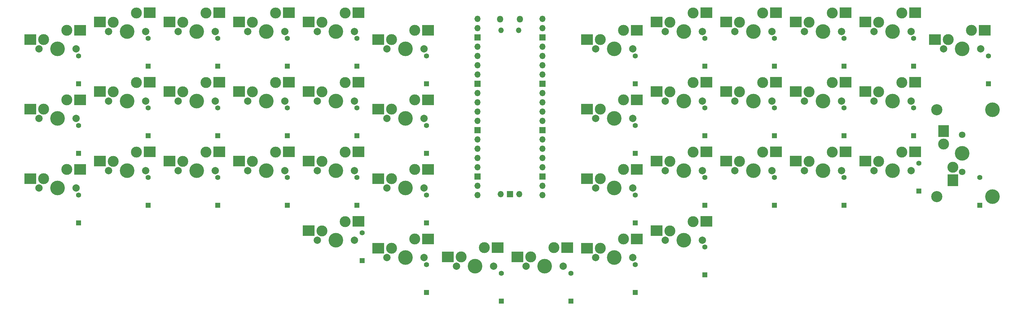
<source format=gbs>
G04 #@! TF.GenerationSoftware,KiCad,Pcbnew,8.0.4*
G04 #@! TF.CreationDate,2024-09-08T18:40:02+09:00*
G04 #@! TF.ProjectId,first_keyboard,66697273-745f-46b6-9579-626f6172642e,rev?*
G04 #@! TF.SameCoordinates,Original*
G04 #@! TF.FileFunction,Soldermask,Bot*
G04 #@! TF.FilePolarity,Negative*
%FSLAX46Y46*%
G04 Gerber Fmt 4.6, Leading zero omitted, Abs format (unit mm)*
G04 Created by KiCad (PCBNEW 8.0.4) date 2024-09-08 18:40:02*
%MOMM*%
%LPD*%
G01*
G04 APERTURE LIST*
%ADD10C,2.000000*%
%ADD11C,3.000000*%
%ADD12C,4.000000*%
%ADD13R,3.300000X3.000000*%
%ADD14C,3.050000*%
%ADD15C,1.800000*%
%ADD16R,3.000000X3.300000*%
%ADD17O,1.800000X1.800000*%
%ADD18O,1.500000X1.500000*%
%ADD19O,1.700000X1.700000*%
%ADD20R,1.700000X1.700000*%
%ADD21R,1.397000X1.397000*%
%ADD22C,1.397000*%
G04 APERTURE END LIST*
D10*
X187801300Y-188118700D03*
D11*
X189071300Y-185578700D03*
D12*
X192881300Y-188118700D03*
D11*
X195421300Y-183038700D03*
D10*
X197961300Y-188118700D03*
D13*
X185431300Y-185538700D03*
X199031300Y-182998700D03*
D10*
X225901300Y-147637500D03*
D11*
X227171300Y-145097500D03*
D12*
X230981300Y-147637500D03*
D11*
X233521300Y-142557500D03*
D10*
X236061300Y-147637500D03*
D13*
X223531300Y-145057500D03*
X237131300Y-142517500D03*
D10*
X225901300Y-185737500D03*
D11*
X227171300Y-183197500D03*
D12*
X230981300Y-185737500D03*
D11*
X233521300Y-180657500D03*
D10*
X236061300Y-185737500D03*
D13*
X223531300Y-183157500D03*
X237131300Y-180617500D03*
D10*
X149701300Y-180975000D03*
D11*
X150971300Y-178435000D03*
D12*
X154781300Y-180975000D03*
D11*
X157321300Y-175895000D03*
D10*
X159861300Y-180975000D03*
D13*
X147331300Y-178395000D03*
X160931300Y-175855000D03*
D10*
X302101300Y-161925000D03*
D11*
X303371300Y-159385000D03*
D12*
X307181300Y-161925000D03*
D11*
X309721300Y-156845000D03*
D10*
X312261300Y-161925000D03*
D13*
X299731300Y-159345000D03*
X313331300Y-156805000D03*
D10*
X225901300Y-128587500D03*
D11*
X227171300Y-126047500D03*
D12*
X230981300Y-128587500D03*
D11*
X233521300Y-123507500D03*
D10*
X236061300Y-128587500D03*
D13*
X223531300Y-126007500D03*
X237131300Y-123467500D03*
D10*
X264001300Y-142875000D03*
D11*
X265271300Y-140335000D03*
D12*
X269081300Y-142875000D03*
D11*
X271621300Y-137795000D03*
D10*
X274161300Y-142875000D03*
D13*
X261631300Y-140295000D03*
X275231300Y-137755000D03*
D10*
X73501300Y-128587500D03*
D11*
X74771300Y-126047500D03*
D12*
X78581300Y-128587500D03*
D11*
X81121300Y-123507500D03*
D10*
X83661300Y-128587500D03*
D13*
X71131300Y-126007500D03*
X84731300Y-123467500D03*
D10*
X168751300Y-128587500D03*
D11*
X170021300Y-126047500D03*
D12*
X173831300Y-128587500D03*
D11*
X176371300Y-123507500D03*
D10*
X178911300Y-128587500D03*
D13*
X166381300Y-126007500D03*
X179981300Y-123467500D03*
D10*
X111601300Y-161925000D03*
D11*
X112871300Y-159385000D03*
D12*
X116681300Y-161925000D03*
D11*
X119221300Y-156845000D03*
D10*
X121761300Y-161925000D03*
D13*
X109231300Y-159345000D03*
X122831300Y-156805000D03*
D10*
X168751300Y-147637500D03*
D11*
X170021300Y-145097500D03*
D12*
X173831300Y-147637500D03*
D11*
X176371300Y-142557500D03*
D10*
X178911300Y-147637500D03*
D13*
X166381300Y-145057500D03*
X179981300Y-142517500D03*
D10*
X244951300Y-142875000D03*
D11*
X246221300Y-140335000D03*
D12*
X250031300Y-142875000D03*
D11*
X252571300Y-137795000D03*
D10*
X255111300Y-142875000D03*
D13*
X242581300Y-140295000D03*
X256181300Y-137755000D03*
D10*
X92551300Y-123825000D03*
D11*
X93821300Y-121285000D03*
D12*
X97631300Y-123825000D03*
D11*
X100171300Y-118745000D03*
D10*
X102711300Y-123825000D03*
D13*
X90181300Y-121245000D03*
X103781300Y-118705000D03*
D10*
X283051300Y-123825000D03*
D11*
X284321300Y-121285000D03*
D12*
X288131300Y-123825000D03*
D11*
X290671300Y-118745000D03*
D10*
X293211300Y-123825000D03*
D13*
X280681300Y-121245000D03*
X294281300Y-118705000D03*
D10*
X149701300Y-123825000D03*
D11*
X150971300Y-121285000D03*
D12*
X154781300Y-123825000D03*
D11*
X157321300Y-118745000D03*
D10*
X159861300Y-123825000D03*
D13*
X147331300Y-121245000D03*
X160931300Y-118705000D03*
D10*
X244951300Y-161925000D03*
D11*
X246221300Y-159385000D03*
D12*
X250031300Y-161925000D03*
D11*
X252571300Y-156845000D03*
D10*
X255111300Y-161925000D03*
D13*
X242581300Y-159345000D03*
X256181300Y-156805000D03*
D14*
X319231300Y-169062500D03*
D12*
X334471300Y-169062500D03*
D15*
X326231300Y-162242500D03*
D11*
X323691300Y-160972500D03*
D12*
X326231300Y-157162500D03*
D11*
X321151300Y-154622500D03*
D15*
X326231300Y-152082500D03*
D14*
X319231300Y-145262500D03*
D12*
X334471300Y-145262500D03*
D16*
X323691300Y-164562500D03*
X321151300Y-151062500D03*
D10*
X283051300Y-142875000D03*
D11*
X284321300Y-140335000D03*
D12*
X288131300Y-142875000D03*
D11*
X290671300Y-137795000D03*
D10*
X293211300Y-142875000D03*
D13*
X280681300Y-140295000D03*
X294281300Y-137755000D03*
D10*
X302101300Y-123825000D03*
D11*
X303371300Y-121285000D03*
D12*
X307181300Y-123825000D03*
D11*
X309721300Y-118745000D03*
D10*
X312261300Y-123825000D03*
D13*
X299731300Y-121245000D03*
X313331300Y-118705000D03*
D10*
X321151300Y-128587500D03*
D11*
X322421300Y-126047500D03*
D12*
X326231300Y-128587500D03*
D11*
X328771300Y-123507500D03*
D10*
X331311300Y-128587500D03*
D13*
X318781300Y-126007500D03*
X332381300Y-123467500D03*
D10*
X73501300Y-166687500D03*
D11*
X74771300Y-164147500D03*
D12*
X78581300Y-166687500D03*
D11*
X81121300Y-161607500D03*
D10*
X83661300Y-166687500D03*
D13*
X71131300Y-164107500D03*
X84731300Y-161567500D03*
D10*
X73501300Y-147637500D03*
D11*
X74771300Y-145097500D03*
D12*
X78581300Y-147637500D03*
D11*
X81121300Y-142557500D03*
D10*
X83661300Y-147637500D03*
D13*
X71131300Y-145057500D03*
X84731300Y-142517500D03*
D10*
X168751300Y-185737500D03*
D11*
X170021300Y-183197500D03*
D12*
X173831300Y-185737500D03*
D11*
X176371300Y-180657500D03*
D10*
X178911300Y-185737500D03*
D13*
X166381300Y-183157500D03*
X179981300Y-180617500D03*
D10*
X111601300Y-123825000D03*
D11*
X112871300Y-121285000D03*
D12*
X116681300Y-123825000D03*
D11*
X119221300Y-118745000D03*
D10*
X121761300Y-123825000D03*
D13*
X109231300Y-121245000D03*
X122831300Y-118705000D03*
D10*
X244951300Y-123825000D03*
D11*
X246221300Y-121285000D03*
D12*
X250031300Y-123825000D03*
D11*
X252571300Y-118745000D03*
D10*
X255111300Y-123825000D03*
D13*
X242581300Y-121245000D03*
X256181300Y-118705000D03*
D10*
X92551300Y-161925000D03*
D11*
X93821300Y-159385000D03*
D12*
X97631300Y-161925000D03*
D11*
X100171300Y-156845000D03*
D10*
X102711300Y-161925000D03*
D13*
X90181300Y-159345000D03*
X103781300Y-156805000D03*
D10*
X225901300Y-166687500D03*
D11*
X227171300Y-164147500D03*
D12*
X230981300Y-166687500D03*
D11*
X233521300Y-161607500D03*
D10*
X236061300Y-166687500D03*
D13*
X223531300Y-164107500D03*
X237131300Y-161567500D03*
D10*
X302101300Y-142875000D03*
D11*
X303371300Y-140335000D03*
D12*
X307181300Y-142875000D03*
D11*
X309721300Y-137795000D03*
D10*
X312261300Y-142875000D03*
D13*
X299731300Y-140295000D03*
X313331300Y-137755000D03*
D10*
X130651300Y-142875000D03*
D11*
X131921300Y-140335000D03*
D12*
X135731300Y-142875000D03*
D11*
X138271300Y-137795000D03*
D10*
X140811300Y-142875000D03*
D13*
X128281300Y-140295000D03*
X141881300Y-137755000D03*
D10*
X283051300Y-161925000D03*
D11*
X284321300Y-159385000D03*
D12*
X288131300Y-161925000D03*
D11*
X290671300Y-156845000D03*
D10*
X293211300Y-161925000D03*
D13*
X280681300Y-159345000D03*
X294281300Y-156805000D03*
D10*
X264001300Y-161925000D03*
D11*
X265271300Y-159385000D03*
D12*
X269081300Y-161925000D03*
D11*
X271621300Y-156845000D03*
D10*
X274161300Y-161925000D03*
D13*
X261631300Y-159345000D03*
X275231300Y-156805000D03*
D10*
X130651300Y-123825000D03*
D11*
X131921300Y-121285000D03*
D12*
X135731300Y-123825000D03*
D11*
X138271300Y-118745000D03*
D10*
X140811300Y-123825000D03*
D13*
X128281300Y-121245000D03*
X141881300Y-118705000D03*
D10*
X149701300Y-161925000D03*
D11*
X150971300Y-159385000D03*
D12*
X154781300Y-161925000D03*
D11*
X157321300Y-156845000D03*
D10*
X159861300Y-161925000D03*
D13*
X147331300Y-159345000D03*
X160931300Y-156805000D03*
D10*
X206851300Y-188118700D03*
D11*
X208121300Y-185578700D03*
D12*
X211931300Y-188118700D03*
D11*
X214471300Y-183038700D03*
D10*
X217011300Y-188118700D03*
D13*
X204481300Y-185538700D03*
X218081300Y-182998700D03*
D10*
X168751300Y-166687500D03*
D11*
X170021300Y-164147500D03*
D12*
X173831300Y-166687500D03*
D11*
X176371300Y-161607500D03*
D10*
X178911300Y-166687500D03*
D13*
X166381300Y-164107500D03*
X179981300Y-161567500D03*
D10*
X130651300Y-161925000D03*
D11*
X131921300Y-159385000D03*
D12*
X135731300Y-161925000D03*
D11*
X138271300Y-156845000D03*
D10*
X140811300Y-161925000D03*
D13*
X128281300Y-159345000D03*
X141881300Y-156805000D03*
D10*
X149701300Y-142875000D03*
D11*
X150971300Y-140335000D03*
D12*
X154781300Y-142875000D03*
D11*
X157321300Y-137795000D03*
D10*
X159861300Y-142875000D03*
D13*
X147331300Y-140295000D03*
X160931300Y-137755000D03*
D17*
X199681300Y-120462500D03*
D18*
X199981300Y-123492500D03*
X204831300Y-123492500D03*
D17*
X205131300Y-120462500D03*
D19*
X193516300Y-120332500D03*
X193516300Y-122872500D03*
D20*
X193516300Y-125412500D03*
D19*
X193516300Y-127952500D03*
X193516300Y-130492500D03*
X193516300Y-133032500D03*
X193516300Y-135572500D03*
D20*
X193516300Y-138112500D03*
D19*
X193516300Y-140652500D03*
X193516300Y-143192500D03*
X193516300Y-145732500D03*
X193516300Y-148272500D03*
D20*
X193516300Y-150812500D03*
D19*
X193516300Y-153352500D03*
X193516300Y-155892500D03*
X193516300Y-158432500D03*
X193516300Y-160972500D03*
D20*
X193516300Y-163512500D03*
D19*
X193516300Y-166052500D03*
X193516300Y-168592500D03*
X211296300Y-168592500D03*
X211296300Y-166052500D03*
D20*
X211296300Y-163512500D03*
D19*
X211296300Y-160972500D03*
X211296300Y-158432500D03*
X211296300Y-155892500D03*
X211296300Y-153352500D03*
D20*
X211296300Y-150812500D03*
D19*
X211296300Y-148272500D03*
X211296300Y-145732500D03*
X211296300Y-143192500D03*
X211296300Y-140652500D03*
D20*
X211296300Y-138112500D03*
D19*
X211296300Y-135572500D03*
X211296300Y-133032500D03*
X211296300Y-130492500D03*
X211296300Y-127952500D03*
D20*
X211296300Y-125412500D03*
D19*
X211296300Y-122872500D03*
X211296300Y-120332500D03*
X199866300Y-168362500D03*
D20*
X202406300Y-168362500D03*
D19*
X204946300Y-168362500D03*
D10*
X264001300Y-123825000D03*
D11*
X265271300Y-121285000D03*
D12*
X269081300Y-123825000D03*
D11*
X271621300Y-118745000D03*
D10*
X274161300Y-123825000D03*
D13*
X261631300Y-121245000D03*
X275231300Y-118705000D03*
D10*
X92551300Y-142875000D03*
D11*
X93821300Y-140335000D03*
D12*
X97631300Y-142875000D03*
D11*
X100171300Y-137795000D03*
D10*
X102711300Y-142875000D03*
D13*
X90181300Y-140295000D03*
X103781300Y-137755000D03*
D10*
X244951300Y-180975000D03*
D11*
X246221300Y-178435000D03*
D12*
X250031300Y-180975000D03*
D11*
X252571300Y-175895000D03*
D10*
X255111300Y-180975000D03*
D13*
X242581300Y-178395000D03*
X256181300Y-175855000D03*
D10*
X111601300Y-142875000D03*
D11*
X112871300Y-140335000D03*
D12*
X116681300Y-142875000D03*
D11*
X119221300Y-137795000D03*
D10*
X121761300Y-142875000D03*
D13*
X109231300Y-140295000D03*
X122831300Y-137755000D03*
D21*
X293846800Y-152400000D03*
D22*
X293846800Y-144780000D03*
D21*
X161925000Y-186560000D03*
D22*
X161925000Y-178940000D03*
D21*
X236696800Y-138112500D03*
D22*
X236696800Y-130492500D03*
D21*
X103346800Y-171450000D03*
D22*
X103346800Y-163830000D03*
D21*
X179546800Y-138112500D03*
D22*
X179546800Y-130492500D03*
D21*
X141446800Y-171450000D03*
D22*
X141446800Y-163830000D03*
D21*
X103346800Y-133350000D03*
D22*
X103346800Y-125730000D03*
D21*
X122396800Y-152400000D03*
D22*
X122396800Y-144780000D03*
D21*
X200025000Y-197643700D03*
D22*
X200025000Y-190023700D03*
D21*
X84296800Y-157162500D03*
D22*
X84296800Y-149542500D03*
D21*
X122396800Y-133350000D03*
D22*
X122396800Y-125730000D03*
D21*
X122396800Y-171450000D03*
D22*
X122396800Y-163830000D03*
D21*
X219075000Y-197643700D03*
D22*
X219075000Y-190023700D03*
D21*
X255746800Y-171450000D03*
D22*
X255746800Y-163830000D03*
D21*
X84296800Y-176212500D03*
D22*
X84296800Y-168592500D03*
D21*
X179546800Y-176212500D03*
D22*
X179546800Y-168592500D03*
D21*
X160496800Y-152400000D03*
D22*
X160496800Y-144780000D03*
D21*
X293846800Y-171450000D03*
D22*
X293846800Y-163830000D03*
D21*
X312896800Y-152400000D03*
D22*
X312896800Y-144780000D03*
D21*
X141446800Y-152400000D03*
D22*
X141446800Y-144780000D03*
D21*
X255746800Y-152400000D03*
D22*
X255746800Y-144780000D03*
D21*
X255746800Y-133350000D03*
D22*
X255746800Y-125730000D03*
D21*
X179546800Y-195262500D03*
D22*
X179546800Y-187642500D03*
D21*
X274796800Y-152400000D03*
D22*
X274796800Y-144780000D03*
D21*
X312896800Y-133350000D03*
D22*
X312896800Y-125730000D03*
D21*
X141446800Y-133350000D03*
D22*
X141446800Y-125730000D03*
D21*
X333375000Y-138112500D03*
D22*
X333375000Y-130492500D03*
D21*
X314325000Y-167510000D03*
D22*
X314325000Y-159890000D03*
D21*
X179546800Y-157162500D03*
D22*
X179546800Y-149542500D03*
D21*
X103346800Y-152400000D03*
D22*
X103346800Y-144780000D03*
D21*
X274796800Y-133350000D03*
D22*
X274796800Y-125730000D03*
D21*
X293846800Y-133350000D03*
D22*
X293846800Y-125730000D03*
D21*
X84296800Y-138112500D03*
D22*
X84296800Y-130492500D03*
D21*
X274796800Y-171450000D03*
D22*
X274796800Y-163830000D03*
D21*
X236696800Y-176212500D03*
D22*
X236696800Y-168592500D03*
D21*
X236696800Y-195262500D03*
D22*
X236696800Y-187642500D03*
D21*
X236696800Y-157162500D03*
D22*
X236696800Y-149542500D03*
D21*
X160496800Y-133350000D03*
D22*
X160496800Y-125730000D03*
D21*
X330993800Y-171450000D03*
D22*
X330993800Y-163830000D03*
D21*
X160496800Y-171450000D03*
D22*
X160496800Y-163830000D03*
D21*
X255746800Y-190500000D03*
D22*
X255746800Y-182880000D03*
M02*

</source>
